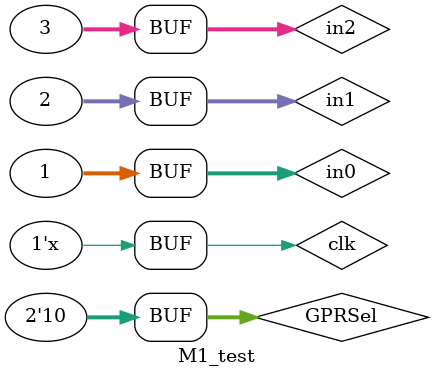
<source format=v>

module M1_test;
  reg clk;
  reg [1:0]GPRSel;
  reg [31:0]in0,in1,in2;
  wire [31:0]WrReg;
  
  M1 i1(clk,GPRSel,in0,in1,in2,WrReg);
  initial
  begin
    clk=1;
    in0=1;
    in1=2;
    in2=3;
    
    #50 GPRSel=2'b00;
    #50 GPRSel=3'b01;
    #50 GPRSel=3'b10;
    
  end  
  
  always
    #25 clk=~clk;
    
 endmodule   

</source>
